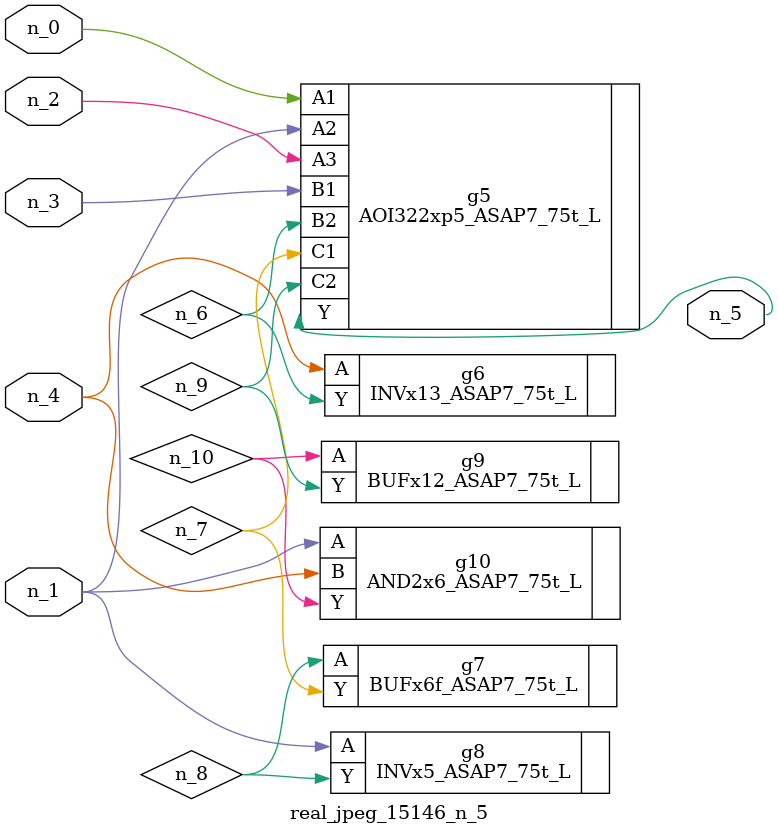
<source format=v>
module real_jpeg_15146_n_5 (n_4, n_0, n_1, n_2, n_3, n_5);

input n_4;
input n_0;
input n_1;
input n_2;
input n_3;

output n_5;

wire n_8;
wire n_6;
wire n_7;
wire n_10;
wire n_9;

AOI322xp5_ASAP7_75t_L g5 ( 
.A1(n_0),
.A2(n_1),
.A3(n_2),
.B1(n_3),
.B2(n_6),
.C1(n_7),
.C2(n_9),
.Y(n_5)
);

INVx5_ASAP7_75t_L g8 ( 
.A(n_1),
.Y(n_8)
);

AND2x6_ASAP7_75t_L g10 ( 
.A(n_1),
.B(n_4),
.Y(n_10)
);

INVx13_ASAP7_75t_L g6 ( 
.A(n_4),
.Y(n_6)
);

BUFx6f_ASAP7_75t_L g7 ( 
.A(n_8),
.Y(n_7)
);

BUFx12_ASAP7_75t_L g9 ( 
.A(n_10),
.Y(n_9)
);


endmodule
</source>
